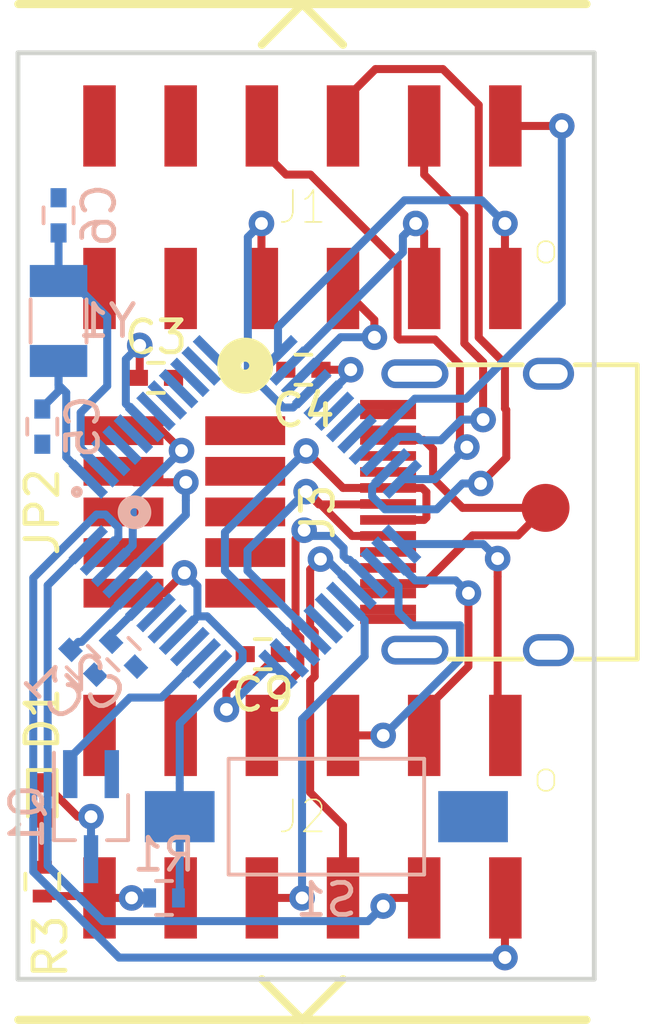
<source format=kicad_pcb>
(kicad_pcb (version 20171130) (host pcbnew 5.0.1)

  (general
    (thickness 1.6)
    (drawings 4)
    (tracks 274)
    (zones 0)
    (modules 19)
    (nets 31)
  )

  (page A4)
  (layers
    (0 F.Cu signal)
    (31 B.Cu signal)
    (32 B.Adhes user)
    (33 F.Adhes user)
    (34 B.Paste user)
    (35 F.Paste user)
    (36 B.SilkS user)
    (37 F.SilkS user)
    (38 B.Mask user)
    (39 F.Mask user)
    (40 Dwgs.User user)
    (41 Cmts.User user)
    (42 Eco1.User user)
    (43 Eco2.User user)
    (44 Edge.Cuts user)
    (45 Margin user)
    (46 B.CrtYd user)
    (47 F.CrtYd user)
    (48 B.Fab user)
    (49 F.Fab user)
  )

  (setup
    (last_trace_width 0.25)
    (trace_clearance 0.2)
    (zone_clearance 0.508)
    (zone_45_only no)
    (trace_min 0.2)
    (segment_width 0.2)
    (edge_width 0.15)
    (via_size 0.8)
    (via_drill 0.4)
    (via_min_size 0.4)
    (via_min_drill 0.3)
    (uvia_size 0.3)
    (uvia_drill 0.1)
    (uvias_allowed no)
    (uvia_min_size 0.2)
    (uvia_min_drill 0.1)
    (pcb_text_width 0.3)
    (pcb_text_size 1.5 1.5)
    (mod_edge_width 0.15)
    (mod_text_size 1 1)
    (mod_text_width 0.15)
    (pad_size 2.54 1.016)
    (pad_drill 0)
    (pad_to_mask_clearance 0.051)
    (solder_mask_min_width 0.25)
    (aux_axis_origin 0 0)
    (visible_elements FFFFFF7F)
    (pcbplotparams
      (layerselection 0x010fc_ffffffff)
      (usegerberextensions false)
      (usegerberattributes false)
      (usegerberadvancedattributes false)
      (creategerberjobfile false)
      (excludeedgelayer true)
      (linewidth 0.100000)
      (plotframeref false)
      (viasonmask false)
      (mode 1)
      (useauxorigin false)
      (hpglpennumber 1)
      (hpglpenspeed 20)
      (hpglpendiameter 15.000000)
      (psnegative false)
      (psa4output false)
      (plotreference true)
      (plotvalue true)
      (plotinvisibletext false)
      (padsonsilk false)
      (subtractmaskfromsilk false)
      (outputformat 1)
      (mirror false)
      (drillshape 1)
      (scaleselection 1)
      (outputdirectory ""))
  )

  (net 0 "")
  (net 1 GND)
  (net 2 +3V3)
  (net 3 "Net-(C2-Pad1)")
  (net 4 "Net-(C5-Pad2)")
  (net 5 "Net-(C6-Pad1)")
  (net 6 /SER2_0)
  (net 7 /SER0_0)
  (net 8 /SER2_1)
  (net 9 /SER0_1)
  (net 10 /SER2_2)
  (net 11 /SER0_2)
  (net 12 /SER2_3)
  (net 13 /SER0_3)
  (net 14 /SER5_3)
  (net 15 /SER1_3)
  (net 16 /SER5_2)
  (net 17 /SER1_2)
  (net 18 /SER5_1)
  (net 19 /SER1_1)
  (net 20 /SER5_0)
  (net 21 /SER1_0)
  (net 22 /~RESET)
  (net 23 /SWCLK)
  (net 24 /SWDIO)
  (net 25 /BLUE_LED)
  (net 26 /USB_D+)
  (net 27 /USB_D-)
  (net 28 VBUS)
  (net 29 "Net-(D1-Pad1)")
  (net 30 "Net-(D1-Pad2)")

  (net_class Default "This is the default net class."
    (clearance 0.2)
    (trace_width 0.25)
    (via_dia 0.8)
    (via_drill 0.4)
    (uvia_dia 0.3)
    (uvia_drill 0.1)
    (add_net +3V3)
    (add_net /BLUE_LED)
    (add_net /SER0_0)
    (add_net /SER0_1)
    (add_net /SER0_2)
    (add_net /SER0_3)
    (add_net /SER1_0)
    (add_net /SER1_1)
    (add_net /SER1_2)
    (add_net /SER1_3)
    (add_net /SER2_0)
    (add_net /SER2_1)
    (add_net /SER2_2)
    (add_net /SER2_3)
    (add_net /SER5_0)
    (add_net /SER5_1)
    (add_net /SER5_2)
    (add_net /SER5_3)
    (add_net /SWCLK)
    (add_net /SWDIO)
    (add_net /USB_D+)
    (add_net /USB_D-)
    (add_net /~RESET)
    (add_net GND)
    (add_net "Net-(C2-Pad1)")
    (add_net "Net-(C5-Pad2)")
    (add_net "Net-(C6-Pad1)")
    (add_net "Net-(D1-Pad1)")
    (add_net "Net-(D1-Pad2)")
    (add_net VBUS)
  )

  (module Crystals:Crystal_SMD_3215-2pin_3.2x1.5mm (layer B.Cu) (tedit 5BDA0094) (tstamp 5BD86FDE)
    (at 144.018 143.256 90)
    (descr "SMD Crystal FC-135 https://support.epson.biz/td/api/doc_check.php?dl=brief_FC-135R_en.pdf")
    (tags "SMD SMT Crystal")
    (path /5BE52E0B)
    (attr smd)
    (fp_text reference Y1 (at 0 1.524 180) (layer B.SilkS)
      (effects (font (size 1 1) (thickness 0.15)) (justify mirror))
    )
    (fp_text value 32.768kHz (at 0 -2.000001 90) (layer B.Fab) hide
      (effects (font (size 1 1) (thickness 0.15)) (justify mirror))
    )
    (fp_text user %R (at 0 2.000001 90) (layer B.Fab)
      (effects (font (size 1 1) (thickness 0.15)) (justify mirror))
    )
    (fp_line (start -2 1.15) (end 2 1.15) (layer B.CrtYd) (width 0.05))
    (fp_line (start -1.6 0.75) (end -1.6 -0.75) (layer B.Fab) (width 0.1))
    (fp_line (start -0.675 -0.875) (end 0.675 -0.875) (layer B.SilkS) (width 0.12))
    (fp_line (start -0.675 0.875) (end 0.675 0.875) (layer B.SilkS) (width 0.12))
    (fp_line (start 1.6 0.75) (end 1.6 -0.75) (layer B.Fab) (width 0.1))
    (fp_line (start -1.6 0.75) (end 1.6 0.75) (layer B.Fab) (width 0.1))
    (fp_line (start -1.6 -0.75) (end 1.6 -0.75) (layer B.Fab) (width 0.1))
    (fp_line (start -2 -1.15) (end 2 -1.15) (layer B.CrtYd) (width 0.05))
    (fp_line (start -2 1.15) (end -2 -1.15) (layer B.CrtYd) (width 0.05))
    (fp_line (start 2 1.15) (end 2 -1.15) (layer B.CrtYd) (width 0.05))
    (pad 1 smd rect (at 1.249999 0 90) (size 1 1.8) (layers B.Cu B.Paste B.Mask)
      (net 5 "Net-(C6-Pad1)"))
    (pad 2 smd rect (at -1.249999 0 90) (size 1 1.8) (layers B.Cu B.Paste B.Mask)
      (net 4 "Net-(C5-Pad2)"))
    (model ${KISYS3DMOD}/Crystals.3dshapes/Crystal_SMD_3215-2pin_3.2x1.5mm.wrl
      (at (xyz 0 0 0))
      (scale (xyz 1 1 1))
      (rotate (xyz 0 0 0))
    )
  )

  (module tom-connectors:2X6_SMD_RA_SOCKET (layer F.Cu) (tedit 5BD9FFEE) (tstamp 5BDA24B3)
    (at 151.65 158.75)
    (path /5BE7BB8D)
    (attr smd)
    (fp_text reference J2 (at 0 0) (layer F.SilkS)
      (effects (font (size 1 0.9) (thickness 0.05)))
    )
    (fp_text value PMOD-2x6-FEMALE (at 0 0) (layer F.SilkS) hide
      (effects (font (size 1 0.9) (thickness 0.05)))
    )
    (fp_text user o (at 7.62 -1.27) (layer F.SilkS)
      (effects (font (size 1 1) (thickness 0.05)))
    )
    (fp_line (start 8.89 6.35) (end 0 6.35) (layer F.SilkS) (width 0.254))
    (fp_line (start 0 6.35) (end -8.89 6.35) (layer F.SilkS) (width 0.254))
    (fp_line (start 1.27 5.08) (end 0 6.35) (layer F.SilkS) (width 0.254))
    (fp_line (start 0 6.35) (end -1.27 5.08) (layer F.SilkS) (width 0.254))
    (pad 1 smd rect (at 6.35 -2.54 270) (size 2.54 1.016) (layers F.Cu F.Paste F.Mask)
      (net 21 /SER1_0))
    (pad 7 smd rect (at 6.35 2.54 270) (size 2.54 1.016) (layers F.Cu F.Paste F.Mask)
      (net 20 /SER5_0))
    (pad 2 smd rect (at 3.81 -2.54 270) (size 2.54 1.016) (layers F.Cu F.Paste F.Mask)
      (net 19 /SER1_1))
    (pad 8 smd rect (at 3.81 2.54 270) (size 2.54 1.016) (layers F.Cu F.Paste F.Mask)
      (net 18 /SER5_1))
    (pad 3 smd rect (at 1.27 -2.54 270) (size 2.54 1.016) (layers F.Cu F.Paste F.Mask)
      (net 17 /SER1_2))
    (pad 9 smd rect (at 1.27 2.54 270) (size 2.54 1.016) (layers F.Cu F.Paste F.Mask)
      (net 16 /SER5_2))
    (pad 4 smd rect (at -1.27 -2.54 270) (size 2.54 1.016) (layers F.Cu F.Paste F.Mask)
      (net 15 /SER1_3))
    (pad 10 smd rect (at -1.27 2.54 270) (size 2.54 1.016) (layers F.Cu F.Paste F.Mask)
      (net 14 /SER5_3))
    (pad 5 smd rect (at -3.81 -2.54 270) (size 2.54 1.016) (layers F.Cu F.Paste F.Mask)
      (net 1 GND))
    (pad 11 smd rect (at -3.81 2.54 270) (size 2.54 1.016) (layers F.Cu F.Paste F.Mask)
      (net 1 GND))
    (pad 6 smd rect (at -6.35 -2.54 270) (size 2.54 1.016) (layers F.Cu F.Paste F.Mask)
      (net 2 +3V3))
    (pad 12 smd rect (at -6.35 2.54 270) (size 2.54 1.016) (layers F.Cu F.Paste F.Mask)
      (net 2 +3V3))
  )

  (module tom-connectors:2X6_SMD_RA_PLUG (layer F.Cu) (tedit 5BDA0027) (tstamp 5BD930A4)
    (at 151.65 139.7 180)
    (path /5BDAEA69)
    (attr smd)
    (fp_text reference J1 (at 0 0 180) (layer F.SilkS)
      (effects (font (size 1 0.9) (thickness 0.05)))
    )
    (fp_text value PMOD-2x6-MALE (at 0 0 180) (layer F.SilkS) hide
      (effects (font (size 1 0.9) (thickness 0.05)))
    )
    (fp_text user o (at -7.62 -1.27 180) (layer F.SilkS)
      (effects (font (size 1 1) (thickness 0.05)))
    )
    (fp_line (start 8.89 6.35) (end 0 6.35) (layer F.SilkS) (width 0.254))
    (fp_line (start 0 6.35) (end -8.89 6.35) (layer F.SilkS) (width 0.254))
    (fp_line (start 1.27 5.08) (end 0 6.35) (layer F.SilkS) (width 0.254))
    (fp_line (start 0 6.35) (end -1.27 5.08) (layer F.SilkS) (width 0.254))
    (pad 6 smd rect (at 6.35 -2.54 90) (size 2.54 1.016) (layers F.Cu F.Paste F.Mask)
      (net 2 +3V3))
    (pad 12 smd rect (at 6.35 2.54 90) (size 2.54 1.016) (layers F.Cu F.Paste F.Mask)
      (net 2 +3V3))
    (pad 5 smd rect (at 3.81 -2.54 90) (size 2.54 1.016) (layers F.Cu F.Paste F.Mask)
      (net 1 GND))
    (pad 11 smd rect (at 3.81 2.54 90) (size 2.54 1.016) (layers F.Cu F.Paste F.Mask)
      (net 1 GND))
    (pad 4 smd rect (at 1.27 -2.54 90) (size 2.54 1.016) (layers F.Cu F.Paste F.Mask)
      (net 13 /SER0_3))
    (pad 10 smd rect (at 1.27 2.54 90) (size 2.54 1.016) (layers F.Cu F.Paste F.Mask)
      (net 12 /SER2_3))
    (pad 3 smd rect (at -1.27 -2.54 90) (size 2.54 1.016) (layers F.Cu F.Paste F.Mask)
      (net 11 /SER0_2))
    (pad 9 smd rect (at -1.27 2.54 90) (size 2.54 1.016) (layers F.Cu F.Paste F.Mask)
      (net 10 /SER2_2))
    (pad 2 smd rect (at -3.81 -2.54 90) (size 2.54 1.016) (layers F.Cu F.Paste F.Mask)
      (net 9 /SER0_1))
    (pad 8 smd rect (at -3.81 2.54 90) (size 2.54 1.016) (layers F.Cu F.Paste F.Mask)
      (net 8 /SER2_1))
    (pad 1 smd rect (at -6.35 -2.54 90) (size 2.54 1.016) (layers F.Cu F.Paste F.Mask)
      (net 7 /SER0_0))
    (pad 7 smd rect (at -6.35 2.54 90) (size 2.54 1.016) (layers F.Cu F.Paste F.Mask)
      (net 6 /SER2_0))
  )

  (module tom-connectors:USB_C_Receptacle_GT-USB-7010 (layer F.Cu) (tedit 5BDA0017) (tstamp 5BD9F548)
    (at 157.48 149.225 90)
    (descr "USB TYPE C, RA RCPT PCB, SMT, https://github.com/arturo182/GT-USB-7010/raw/master/GT-USB-7010.pdf")
    (tags "USB C Type-C Receptacle SMD")
    (path /5BE0D9D2)
    (fp_text reference J3 (at 0 -5.35 90) (layer F.SilkS)
      (effects (font (size 1 1) (thickness 0.15)))
    )
    (fp_text value USB_C_Receptacle_USB2.0 (at 0 6 90) (layer F.Fab) hide
      (effects (font (size 1 1) (thickness 0.15)))
    )
    (fp_line (start -4.47 -3.425) (end 4.47 -3.425) (layer F.Fab) (width 0.12))
    (fp_line (start 4.47 -3.425) (end 4.47 4.525) (layer F.Fab) (width 0.12))
    (fp_line (start 4.47 4.525) (end -4.47 4.525) (layer F.Fab) (width 0.12))
    (fp_line (start -4.47 -3.425) (end -4.47 4.525) (layer F.Fab) (width 0.12))
    (fp_line (start 4.6 4.65) (end -4.6 4.65) (layer F.SilkS) (width 0.15))
    (fp_line (start -4.6 4.65) (end -4.6 2.7) (layer F.SilkS) (width 0.15))
    (fp_line (start -4.6 1.05) (end -4.6 -1.25) (layer F.SilkS) (width 0.15))
    (fp_line (start 4.6 4.65) (end 4.6 2.7) (layer F.SilkS) (width 0.15))
    (fp_line (start 4.6 1.05) (end 4.6 -1.25) (layer F.SilkS) (width 0.15))
    (fp_text user REF* (at 0 0 90) (layer F.Fab) hide
      (effects (font (size 1 1) (thickness 0.1)))
    )
    (fp_line (start -4.97 -4.6) (end 5.1 -4.6) (layer F.CrtYd) (width 0.12))
    (fp_line (start 5.1 -4.6) (end 5.1 5.15) (layer F.CrtYd) (width 0.12))
    (fp_line (start -4.97 -4.6) (end -4.97 5.15) (layer F.CrtYd) (width 0.12))
    (fp_line (start -4.97 5.15) (end 5.1 5.15) (layer F.CrtYd) (width 0.12))
    (pad S1 thru_hole oval (at -4.32 1.87 90) (size 1 1.6) (drill oval 0.6 1.2) (layers *.Cu *.Mask)
      (net 1 GND))
    (pad S1 thru_hole oval (at 4.32 1.87 90) (size 1 1.6) (drill oval 0.6 1.2) (layers *.Cu *.Mask)
      (net 1 GND))
    (pad S1 thru_hole oval (at -4.32 -2.31 90) (size 0.9 2.1) (drill oval 0.5 1.7) (layers *.Cu *.Mask)
      (net 1 GND))
    (pad S1 thru_hole oval (at 4.32 -2.31 90) (size 0.9 2.1) (drill oval 0.5 1.7) (layers *.Cu *.Mask)
      (net 1 GND))
    (pad "" np_thru_hole circle (at -2.89 -1.81 90) (size 0.65 0.65) (drill 0.65) (layers *.Cu *.Mask))
    (pad "" np_thru_hole circle (at 2.89 -1.81 90) (size 0.65 0.65) (drill 0.65) (layers *.Cu *.Mask))
    (pad A7 smd rect (at 0.25 -3.15 90) (size 0.3 1.75) (layers F.Cu F.Paste F.Mask)
      (net 27 /USB_D-))
    (pad B6 smd rect (at 0.75 -3.15 90) (size 0.3 1.75) (layers F.Cu F.Paste F.Mask)
      (net 26 /USB_D+))
    (pad A8 smd rect (at 1.25 -3.15 90) (size 0.3 1.75) (layers F.Cu F.Paste F.Mask))
    (pad B5 smd rect (at 1.75 -3.15 90) (size 0.3 1.75) (layers F.Cu F.Paste F.Mask))
    (pad B7 smd rect (at -0.75 -3.15 90) (size 0.3 1.75) (layers F.Cu F.Paste F.Mask)
      (net 27 /USB_D-))
    (pad B8 smd rect (at -1.75 -3.15 90) (size 0.3 1.75) (layers F.Cu F.Paste F.Mask))
    (pad A5 smd rect (at -1.25 -3.15 90) (size 0.3 1.75) (layers F.Cu F.Paste F.Mask))
    (pad A6 smd rect (at -0.25 -3.15 90) (size 0.3 1.75) (layers F.Cu F.Paste F.Mask)
      (net 26 /USB_D+))
    (pad A1 smd rect (at -3.35 -3.15 90) (size 0.3 1.75) (layers F.Cu F.Paste F.Mask)
      (net 1 GND))
    (pad B12 smd rect (at -3.05 -3.15 90) (size 0.3 1.75) (layers F.Cu F.Paste F.Mask)
      (net 1 GND))
    (pad A4 smd rect (at -2.55 -3.15 90) (size 0.3 1.75) (layers F.Cu F.Paste F.Mask)
      (net 28 VBUS))
    (pad B9 smd rect (at -2.25 -3.15 90) (size 0.3 1.75) (layers F.Cu F.Paste F.Mask)
      (net 28 VBUS))
    (pad A9 smd rect (at 2.55 -3.15 90) (size 0.3 1.75) (layers F.Cu F.Paste F.Mask)
      (net 28 VBUS))
    (pad B4 smd rect (at 2.25 -3.15 90) (size 0.3 1.75) (layers F.Cu F.Paste F.Mask)
      (net 28 VBUS))
    (pad B1 smd rect (at 3.05 -3.15 90) (size 0.3 1.75) (layers F.Cu F.Paste F.Mask)
      (net 1 GND))
    (pad A12 smd rect (at 3.35 -3.15 90) (size 0.3 1.75) (layers F.Cu F.Paste F.Mask)
      (net 1 GND))
  )

  (module Capacitors_SMD:C_0402 (layer B.Cu) (tedit 5BDA0044) (tstamp 5BDA2359)
    (at 144.78 153.924 315)
    (descr "Capacitor SMD 0402, reflow soldering, AVX (see smccp.pdf)")
    (tags "capacitor 0402")
    (path /C9E59636F1C90C04)
    (attr smd)
    (fp_text reference C1 (at 0 1.27 315) (layer B.SilkS)
      (effects (font (size 1 1) (thickness 0.15)) (justify mirror))
    )
    (fp_text value 0.1uF (at 0 -1.27 315) (layer B.Fab) hide
      (effects (font (size 1 1) (thickness 0.15)) (justify mirror))
    )
    (fp_line (start 1 -0.4) (end -1 -0.4) (layer B.CrtYd) (width 0.05))
    (fp_line (start 1 -0.4) (end 1 0.4) (layer B.CrtYd) (width 0.05))
    (fp_line (start -1 0.4) (end -1 -0.4) (layer B.CrtYd) (width 0.05))
    (fp_line (start -1 0.4) (end 1 0.4) (layer B.CrtYd) (width 0.05))
    (fp_line (start -0.25 -0.47) (end 0.25 -0.47) (layer B.SilkS) (width 0.12))
    (fp_line (start 0.25 0.47) (end -0.25 0.47) (layer B.SilkS) (width 0.12))
    (fp_line (start -0.5 0.25) (end 0.5 0.25) (layer B.Fab) (width 0.1))
    (fp_line (start 0.5 0.25) (end 0.5 -0.25) (layer B.Fab) (width 0.1))
    (fp_line (start 0.5 -0.25) (end -0.5 -0.25) (layer B.Fab) (width 0.1))
    (fp_line (start -0.5 -0.25) (end -0.5 0.25) (layer B.Fab) (width 0.1))
    (fp_text user %R (at 0 1.270001 315) (layer B.Fab)
      (effects (font (size 1 1) (thickness 0.15)) (justify mirror))
    )
    (pad 2 smd rect (at 0.55 0 315) (size 0.6 0.5) (layers B.Cu B.Paste B.Mask)
      (net 1 GND))
    (pad 1 smd rect (at -0.55 0 315) (size 0.6 0.5) (layers B.Cu B.Paste B.Mask)
      (net 2 +3V3))
    (model Capacitors_SMD.3dshapes/C_0402.wrl
      (at (xyz 0 0 0))
      (scale (xyz 1 1 1))
      (rotate (xyz 0 0 0))
    )
  )

  (module Capacitors_SMD:C_0402 (layer B.Cu) (tedit 5BDA004F) (tstamp 5BD86E16)
    (at 146.05 153.67 315)
    (descr "Capacitor SMD 0402, reflow soldering, AVX (see smccp.pdf)")
    (tags "capacitor 0402")
    (path /4ED27554B94C3227)
    (attr smd)
    (fp_text reference C2 (at 0 1.27 315) (layer B.SilkS)
      (effects (font (size 1 1) (thickness 0.15)) (justify mirror))
    )
    (fp_text value 0.1uF (at 0 -1.27 315) (layer B.Fab) hide
      (effects (font (size 1 1) (thickness 0.15)) (justify mirror))
    )
    (fp_text user %R (at 0 1.27 315) (layer B.Fab)
      (effects (font (size 1 1) (thickness 0.15)) (justify mirror))
    )
    (fp_line (start -0.5 -0.25) (end -0.5 0.25) (layer B.Fab) (width 0.1))
    (fp_line (start 0.5 -0.25) (end -0.5 -0.25) (layer B.Fab) (width 0.1))
    (fp_line (start 0.5 0.25) (end 0.5 -0.25) (layer B.Fab) (width 0.1))
    (fp_line (start -0.5 0.25) (end 0.5 0.25) (layer B.Fab) (width 0.1))
    (fp_line (start 0.25 0.47) (end -0.25 0.47) (layer B.SilkS) (width 0.12))
    (fp_line (start -0.25 -0.47) (end 0.25 -0.47) (layer B.SilkS) (width 0.12))
    (fp_line (start -1 0.4) (end 1 0.4) (layer B.CrtYd) (width 0.05))
    (fp_line (start -1 0.4) (end -1 -0.4) (layer B.CrtYd) (width 0.05))
    (fp_line (start 1 -0.4) (end 1 0.4) (layer B.CrtYd) (width 0.05))
    (fp_line (start 1 -0.4) (end -1 -0.4) (layer B.CrtYd) (width 0.05))
    (pad 1 smd rect (at -0.55 0 315) (size 0.6 0.5) (layers B.Cu B.Paste B.Mask)
      (net 3 "Net-(C2-Pad1)"))
    (pad 2 smd rect (at 0.55 0 315) (size 0.6 0.5) (layers B.Cu B.Paste B.Mask)
      (net 1 GND))
    (model Capacitors_SMD.3dshapes/C_0402.wrl
      (at (xyz 0 0 0))
      (scale (xyz 1 1 1))
      (rotate (xyz 0 0 0))
    )
  )

  (module Capacitors_SMD:C_0402 (layer F.Cu) (tedit 5BD9FF91) (tstamp 5BD86EA6)
    (at 147.066 145.034)
    (descr "Capacitor SMD 0402, reflow soldering, AVX (see smccp.pdf)")
    (tags "capacitor 0402")
    (path /563B591DDAA3AADF)
    (attr smd)
    (fp_text reference C3 (at 0 -1.27) (layer F.SilkS)
      (effects (font (size 1 1) (thickness 0.15)))
    )
    (fp_text value 0.1uF (at 0 1.27) (layer F.Fab) hide
      (effects (font (size 1 1) (thickness 0.15)))
    )
    (fp_text user %R (at 0 -1.27) (layer F.Fab)
      (effects (font (size 1 1) (thickness 0.15)))
    )
    (fp_line (start -0.5 0.25) (end -0.5 -0.25) (layer F.Fab) (width 0.1))
    (fp_line (start 0.5 0.25) (end -0.5 0.25) (layer F.Fab) (width 0.1))
    (fp_line (start 0.5 -0.25) (end 0.5 0.25) (layer F.Fab) (width 0.1))
    (fp_line (start -0.5 -0.25) (end 0.5 -0.25) (layer F.Fab) (width 0.1))
    (fp_line (start 0.25 -0.47) (end -0.25 -0.47) (layer F.SilkS) (width 0.12))
    (fp_line (start -0.25 0.47) (end 0.25 0.47) (layer F.SilkS) (width 0.12))
    (fp_line (start -1 -0.4) (end 1 -0.4) (layer F.CrtYd) (width 0.05))
    (fp_line (start -1 -0.4) (end -1 0.4) (layer F.CrtYd) (width 0.05))
    (fp_line (start 1 0.4) (end 1 -0.4) (layer F.CrtYd) (width 0.05))
    (fp_line (start 1 0.4) (end -1 0.4) (layer F.CrtYd) (width 0.05))
    (pad 1 smd rect (at -0.55 0) (size 0.6 0.5) (layers F.Cu F.Paste F.Mask)
      (net 2 +3V3))
    (pad 2 smd rect (at 0.55 0) (size 0.6 0.5) (layers F.Cu F.Paste F.Mask)
      (net 1 GND))
    (model Capacitors_SMD.3dshapes/C_0402.wrl
      (at (xyz 0 0 0))
      (scale (xyz 1 1 1))
      (rotate (xyz 0 0 0))
    )
  )

  (module Capacitors_SMD:C_0402 (layer F.Cu) (tedit 5BDA0031) (tstamp 5BD86F4E)
    (at 151.68 144.78 180)
    (descr "Capacitor SMD 0402, reflow soldering, AVX (see smccp.pdf)")
    (tags "capacitor 0402")
    (path /B625051EF80B1965)
    (attr smd)
    (fp_text reference C4 (at 0 -1.27 180) (layer F.SilkS)
      (effects (font (size 1 1) (thickness 0.15)))
    )
    (fp_text value 0.1uF (at 0 1.27 180) (layer F.Fab) hide
      (effects (font (size 1 1) (thickness 0.15)))
    )
    (fp_text user %R (at 0 -1.27 180) (layer F.Fab)
      (effects (font (size 1 1) (thickness 0.15)))
    )
    (fp_line (start -0.5 0.25) (end -0.5 -0.25) (layer F.Fab) (width 0.1))
    (fp_line (start 0.5 0.25) (end -0.5 0.25) (layer F.Fab) (width 0.1))
    (fp_line (start 0.5 -0.25) (end 0.5 0.25) (layer F.Fab) (width 0.1))
    (fp_line (start -0.5 -0.25) (end 0.5 -0.25) (layer F.Fab) (width 0.1))
    (fp_line (start 0.25 -0.47) (end -0.25 -0.47) (layer F.SilkS) (width 0.12))
    (fp_line (start -0.25 0.47) (end 0.25 0.47) (layer F.SilkS) (width 0.12))
    (fp_line (start -1 -0.4) (end 1 -0.4) (layer F.CrtYd) (width 0.05))
    (fp_line (start -1 -0.4) (end -1 0.4) (layer F.CrtYd) (width 0.05))
    (fp_line (start 1 0.4) (end 1 -0.4) (layer F.CrtYd) (width 0.05))
    (fp_line (start 1 0.4) (end -1 0.4) (layer F.CrtYd) (width 0.05))
    (pad 1 smd rect (at -0.55 0 180) (size 0.6 0.5) (layers F.Cu F.Paste F.Mask)
      (net 2 +3V3))
    (pad 2 smd rect (at 0.55 0 180) (size 0.6 0.5) (layers F.Cu F.Paste F.Mask)
      (net 1 GND))
    (model Capacitors_SMD.3dshapes/C_0402.wrl
      (at (xyz 0 0 0))
      (scale (xyz 1 1 1))
      (rotate (xyz 0 0 0))
    )
  )

  (module Capacitors_SMD:C_0402 (layer B.Cu) (tedit 5BD9FF6B) (tstamp 5BD86FAE)
    (at 143.51 146.558 90)
    (descr "Capacitor SMD 0402, reflow soldering, AVX (see smccp.pdf)")
    (tags "capacitor 0402")
    (path /72A9CF02ABF323BA)
    (attr smd)
    (fp_text reference C5 (at 0 1.27 90) (layer B.SilkS)
      (effects (font (size 1 1) (thickness 0.15)) (justify mirror))
    )
    (fp_text value 15pF (at 0 -1.27 90) (layer B.Fab) hide
      (effects (font (size 1 1) (thickness 0.15)) (justify mirror))
    )
    (fp_text user %R (at 0 1.27 90) (layer B.Fab)
      (effects (font (size 1 1) (thickness 0.15)) (justify mirror))
    )
    (fp_line (start -0.5 -0.25) (end -0.5 0.25) (layer B.Fab) (width 0.1))
    (fp_line (start 0.5 -0.25) (end -0.5 -0.25) (layer B.Fab) (width 0.1))
    (fp_line (start 0.5 0.25) (end 0.5 -0.25) (layer B.Fab) (width 0.1))
    (fp_line (start -0.5 0.25) (end 0.5 0.25) (layer B.Fab) (width 0.1))
    (fp_line (start 0.25 0.47) (end -0.25 0.47) (layer B.SilkS) (width 0.12))
    (fp_line (start -0.25 -0.47) (end 0.25 -0.47) (layer B.SilkS) (width 0.12))
    (fp_line (start -1 0.4) (end 1 0.4) (layer B.CrtYd) (width 0.05))
    (fp_line (start -1 0.4) (end -1 -0.4) (layer B.CrtYd) (width 0.05))
    (fp_line (start 1 -0.4) (end 1 0.4) (layer B.CrtYd) (width 0.05))
    (fp_line (start 1 -0.4) (end -1 -0.4) (layer B.CrtYd) (width 0.05))
    (pad 1 smd rect (at -0.55 0 90) (size 0.6 0.5) (layers B.Cu B.Paste B.Mask)
      (net 1 GND))
    (pad 2 smd rect (at 0.55 0 90) (size 0.6 0.5) (layers B.Cu B.Paste B.Mask)
      (net 4 "Net-(C5-Pad2)"))
    (model Capacitors_SMD.3dshapes/C_0402.wrl
      (at (xyz 0 0 0))
      (scale (xyz 1 1 1))
      (rotate (xyz 0 0 0))
    )
  )

  (module Capacitors_SMD:C_0402 (layer B.Cu) (tedit 5BD9FF79) (tstamp 5BD86F7E)
    (at 144.018 139.954 90)
    (descr "Capacitor SMD 0402, reflow soldering, AVX (see smccp.pdf)")
    (tags "capacitor 0402")
    (path /8A62307AC876714)
    (attr smd)
    (fp_text reference C6 (at 0 1.27 90) (layer B.SilkS)
      (effects (font (size 1 1) (thickness 0.15)) (justify mirror))
    )
    (fp_text value 15pF (at 0 -1.27 90) (layer B.Fab) hide
      (effects (font (size 1 1) (thickness 0.15)) (justify mirror))
    )
    (fp_text user %R (at 0 1.27 90) (layer B.Fab)
      (effects (font (size 1 1) (thickness 0.15)) (justify mirror))
    )
    (fp_line (start -0.5 -0.25) (end -0.5 0.25) (layer B.Fab) (width 0.1))
    (fp_line (start 0.5 -0.25) (end -0.5 -0.25) (layer B.Fab) (width 0.1))
    (fp_line (start 0.5 0.25) (end 0.5 -0.25) (layer B.Fab) (width 0.1))
    (fp_line (start -0.5 0.25) (end 0.5 0.25) (layer B.Fab) (width 0.1))
    (fp_line (start 0.25 0.47) (end -0.25 0.47) (layer B.SilkS) (width 0.12))
    (fp_line (start -0.25 -0.47) (end 0.25 -0.47) (layer B.SilkS) (width 0.12))
    (fp_line (start -1 0.4) (end 1 0.4) (layer B.CrtYd) (width 0.05))
    (fp_line (start -1 0.4) (end -1 -0.4) (layer B.CrtYd) (width 0.05))
    (fp_line (start 1 -0.4) (end 1 0.4) (layer B.CrtYd) (width 0.05))
    (fp_line (start 1 -0.4) (end -1 -0.4) (layer B.CrtYd) (width 0.05))
    (pad 1 smd rect (at -0.55 0 90) (size 0.6 0.5) (layers B.Cu B.Paste B.Mask)
      (net 5 "Net-(C6-Pad1)"))
    (pad 2 smd rect (at 0.55 0 90) (size 0.6 0.5) (layers B.Cu B.Paste B.Mask)
      (net 1 GND))
    (model Capacitors_SMD.3dshapes/C_0402.wrl
      (at (xyz 0 0 0))
      (scale (xyz 1 1 1))
      (rotate (xyz 0 0 0))
    )
  )

  (module Capacitors_SMD:C_0402 (layer F.Cu) (tedit 5BDA006D) (tstamp 5BD86E46)
    (at 150.41 153.67 180)
    (descr "Capacitor SMD 0402, reflow soldering, AVX (see smccp.pdf)")
    (tags "capacitor 0402")
    (path /8514EC1FF7AEDC46)
    (attr smd)
    (fp_text reference C9 (at 0 -1.27 180) (layer F.SilkS)
      (effects (font (size 1 1) (thickness 0.15)))
    )
    (fp_text value 0.1uF (at 0 1.27 180) (layer F.Fab) hide
      (effects (font (size 1 1) (thickness 0.15)))
    )
    (fp_text user %R (at 0 -1.27 180) (layer F.Fab)
      (effects (font (size 1 1) (thickness 0.15)))
    )
    (fp_line (start -0.5 0.25) (end -0.5 -0.25) (layer F.Fab) (width 0.1))
    (fp_line (start 0.5 0.25) (end -0.5 0.25) (layer F.Fab) (width 0.1))
    (fp_line (start 0.5 -0.25) (end 0.5 0.25) (layer F.Fab) (width 0.1))
    (fp_line (start -0.5 -0.25) (end 0.5 -0.25) (layer F.Fab) (width 0.1))
    (fp_line (start 0.25 -0.47) (end -0.25 -0.47) (layer F.SilkS) (width 0.12))
    (fp_line (start -0.25 0.47) (end 0.25 0.47) (layer F.SilkS) (width 0.12))
    (fp_line (start -1 -0.4) (end 1 -0.4) (layer F.CrtYd) (width 0.05))
    (fp_line (start -1 -0.4) (end -1 0.4) (layer F.CrtYd) (width 0.05))
    (fp_line (start 1 0.4) (end 1 -0.4) (layer F.CrtYd) (width 0.05))
    (fp_line (start 1 0.4) (end -1 0.4) (layer F.CrtYd) (width 0.05))
    (pad 1 smd rect (at -0.55 0 180) (size 0.6 0.5) (layers F.Cu F.Paste F.Mask)
      (net 2 +3V3))
    (pad 2 smd rect (at 0.55 0 180) (size 0.6 0.5) (layers F.Cu F.Paste F.Mask)
      (net 1 GND))
    (model Capacitors_SMD.3dshapes/C_0402.wrl
      (at (xyz 0 0 0))
      (scale (xyz 1 1 1))
      (rotate (xyz 0 0 0))
    )
  )

  (module TO_SOT_Packages_SMD:SOT-323_SC-70_Handsoldering (layer B.Cu) (tedit 5BD9FFD2) (tstamp 5BD86F16)
    (at 145.034 158.75 270)
    (descr "SOT-323, SC-70 Handsoldering")
    (tags "SOT-323 SC-70 Handsoldering")
    (path /A23A4655302BD585)
    (attr smd)
    (fp_text reference Q1 (at 0 2 270) (layer B.SilkS)
      (effects (font (size 1 1) (thickness 0.15)) (justify mirror))
    )
    (fp_text value 2N7002PW (at 0 -2.05 270) (layer B.Fab) hide
      (effects (font (size 1 1) (thickness 0.15)) (justify mirror))
    )
    (fp_text user %R (at 0 0 180) (layer B.Fab)
      (effects (font (size 0.5 0.5) (thickness 0.075)) (justify mirror))
    )
    (fp_line (start 0.735 -0.5) (end 0.735 -1.16) (layer B.SilkS) (width 0.12))
    (fp_line (start 0.735 1.17) (end 0.735 0.5) (layer B.SilkS) (width 0.12))
    (fp_line (start 2.4 -1.3) (end -2.4 -1.3) (layer B.CrtYd) (width 0.05))
    (fp_line (start 2.4 1.3) (end 2.4 -1.3) (layer B.CrtYd) (width 0.05))
    (fp_line (start -2.4 1.3) (end 2.4 1.3) (layer B.CrtYd) (width 0.05))
    (fp_line (start -2.4 -1.3) (end -2.4 1.3) (layer B.CrtYd) (width 0.05))
    (fp_line (start 0.735 1.16) (end -2 1.16) (layer B.SilkS) (width 0.12))
    (fp_line (start -0.675 -1.16) (end 0.735 -1.16) (layer B.SilkS) (width 0.12))
    (fp_line (start 0.675 1.1) (end -0.175 1.1) (layer B.Fab) (width 0.1))
    (fp_line (start -0.675 0.6) (end -0.675 -1.1) (layer B.Fab) (width 0.1))
    (fp_line (start 0.675 1.1) (end 0.675 -1.1) (layer B.Fab) (width 0.1))
    (fp_line (start 0.675 -1.1) (end -0.675 -1.1) (layer B.Fab) (width 0.1))
    (fp_line (start -0.175 1.1) (end -0.675 0.6) (layer B.Fab) (width 0.1))
    (pad 1 smd rect (at -1.33 0.65) (size 0.45 1.5) (layers B.Cu B.Paste B.Mask)
      (net 25 /BLUE_LED))
    (pad 2 smd rect (at -1.33 -0.65) (size 0.45 1.5) (layers B.Cu B.Paste B.Mask)
      (net 1 GND))
    (pad 3 smd rect (at 1.33 0) (size 0.45 1.5) (layers B.Cu B.Paste B.Mask)
      (net 29 "Net-(D1-Pad1)"))
    (model ${KISYS3DMOD}/TO_SOT_Packages_SMD.3dshapes/SOT-323_SC-70.wrl
      (at (xyz 0 0 0))
      (scale (xyz 1 1 1))
      (rotate (xyz 0 0 0))
    )
  )

  (module Resistors_SMD:R_0402 (layer B.Cu) (tedit 5BD9FFC6) (tstamp 5BD86D3B)
    (at 147.32 161.29 180)
    (descr "Resistor SMD 0402, reflow soldering, Vishay (see dcrcw.pdf)")
    (tags "resistor 0402")
    (path /A4E27F8D4C88E097)
    (attr smd)
    (fp_text reference R1 (at 0 1.35 180) (layer B.SilkS)
      (effects (font (size 1 1) (thickness 0.15)) (justify mirror))
    )
    (fp_text value 10K (at 0 -1.45 180) (layer B.Fab) hide
      (effects (font (size 1 1) (thickness 0.15)) (justify mirror))
    )
    (fp_text user %R (at 0 1.35 180) (layer B.Fab)
      (effects (font (size 1 1) (thickness 0.15)) (justify mirror))
    )
    (fp_line (start -0.5 -0.25) (end -0.5 0.25) (layer B.Fab) (width 0.1))
    (fp_line (start 0.5 -0.25) (end -0.5 -0.25) (layer B.Fab) (width 0.1))
    (fp_line (start 0.5 0.25) (end 0.5 -0.25) (layer B.Fab) (width 0.1))
    (fp_line (start -0.5 0.25) (end 0.5 0.25) (layer B.Fab) (width 0.1))
    (fp_line (start 0.25 0.53) (end -0.25 0.53) (layer B.SilkS) (width 0.12))
    (fp_line (start -0.25 -0.53) (end 0.25 -0.53) (layer B.SilkS) (width 0.12))
    (fp_line (start -0.8 0.45) (end 0.8 0.45) (layer B.CrtYd) (width 0.05))
    (fp_line (start -0.8 0.45) (end -0.8 -0.45) (layer B.CrtYd) (width 0.05))
    (fp_line (start 0.8 -0.45) (end 0.8 0.45) (layer B.CrtYd) (width 0.05))
    (fp_line (start 0.8 -0.45) (end -0.8 -0.45) (layer B.CrtYd) (width 0.05))
    (pad 1 smd rect (at -0.45 0 180) (size 0.4 0.6) (layers B.Cu B.Paste B.Mask)
      (net 22 /~RESET))
    (pad 2 smd rect (at 0.45 0 180) (size 0.4 0.6) (layers B.Cu B.Paste B.Mask)
      (net 2 +3V3))
    (model ${KISYS3DMOD}/Resistors_SMD.3dshapes/R_0402.wrl
      (at (xyz 0 0 0))
      (scale (xyz 1 1 1))
      (rotate (xyz 0 0 0))
    )
  )

  (module Resistors_SMD:R_0402 (layer F.Cu) (tedit 5BD9FFBA) (tstamp 5BD86D0B)
    (at 143.51 160.782 270)
    (descr "Resistor SMD 0402, reflow soldering, Vishay (see dcrcw.pdf)")
    (tags "resistor 0402")
    (path /C7959A8847515AA7)
    (attr smd)
    (fp_text reference R3 (at 2.032 -0.254 270) (layer F.SilkS)
      (effects (font (size 1 1) (thickness 0.15)))
    )
    (fp_text value 330 (at 0 1.45 270) (layer F.Fab) hide
      (effects (font (size 1 1) (thickness 0.15)))
    )
    (fp_text user %R (at 0 -1.35 270) (layer F.Fab)
      (effects (font (size 1 1) (thickness 0.15)))
    )
    (fp_line (start -0.5 0.25) (end -0.5 -0.25) (layer F.Fab) (width 0.1))
    (fp_line (start 0.5 0.25) (end -0.5 0.25) (layer F.Fab) (width 0.1))
    (fp_line (start 0.5 -0.25) (end 0.5 0.25) (layer F.Fab) (width 0.1))
    (fp_line (start -0.5 -0.25) (end 0.5 -0.25) (layer F.Fab) (width 0.1))
    (fp_line (start 0.25 -0.53) (end -0.25 -0.53) (layer F.SilkS) (width 0.12))
    (fp_line (start -0.25 0.53) (end 0.25 0.53) (layer F.SilkS) (width 0.12))
    (fp_line (start -0.8 -0.45) (end 0.8 -0.45) (layer F.CrtYd) (width 0.05))
    (fp_line (start -0.8 -0.45) (end -0.8 0.45) (layer F.CrtYd) (width 0.05))
    (fp_line (start 0.8 0.45) (end 0.8 -0.45) (layer F.CrtYd) (width 0.05))
    (fp_line (start 0.8 0.45) (end -0.8 0.45) (layer F.CrtYd) (width 0.05))
    (pad 1 smd rect (at -0.45 0 270) (size 0.4 0.6) (layers F.Cu F.Paste F.Mask)
      (net 30 "Net-(D1-Pad2)"))
    (pad 2 smd rect (at 0.45 0 270) (size 0.4 0.6) (layers F.Cu F.Paste F.Mask)
      (net 2 +3V3))
    (model ${KISYS3DMOD}/Resistors_SMD.3dshapes/R_0402.wrl
      (at (xyz 0 0 0))
      (scale (xyz 1 1 1))
      (rotate (xyz 0 0 0))
    )
  )

  (module tom-semiconductors:QFP50P900X900X120-48N (layer B.Cu) (tedit 5BDA005E) (tstamp 5BD929F6)
    (at 149.86 149.225 315)
    (path /B89026D3F9562130)
    (attr smd)
    (fp_text reference U1 (at -3.33585 5.68928 315) (layer B.SilkS) hide
      (effects (font (size 0.640662 0.640662) (thickness 0.05)) (justify mirror))
    )
    (fp_text value ATSAMD21G-A (at -3.160839 -5.83655 315) (layer B.SilkS) hide
      (effects (font (size 0.640983 0.640983) (thickness 0.05)) (justify mirror))
    )
    (fp_line (start 3.15 -3.15) (end 3.15 3.15) (layer Dwgs.User) (width 0.2))
    (fp_line (start 3.15 -3.15) (end -3.15 -3.15) (layer Dwgs.User) (width 0.2))
    (fp_line (start -3.15 -3.15) (end -3.15 3.15) (layer Dwgs.User) (width 0.2))
    (fp_line (start 3.15 3.15) (end -3.15 3.15) (layer Dwgs.User) (width 0.2))
    (fp_circle (center -4.17 3.283) (end -4.07 3.283) (layer B.SilkS) (width 0.17))
    (fp_circle (center -2.443 2.458) (end -2.316 2.458) (layer B.SilkS) (width 0.4))
    (fp_line (start 5.2 5.2) (end 5.2 -5.2) (layer Eco1.User) (width 0.05))
    (fp_line (start 5.2 -5.2) (end -5.2 -5.2) (layer Eco1.User) (width 0.05))
    (fp_line (start -5.2 -5.2) (end -5.2 5.2) (layer Eco1.User) (width 0.05))
    (fp_line (start -5.2 5.2) (end 5.2 5.2) (layer Eco1.User) (width 0.05))
    (pad 1 smd rect (at -4.2 2.75 135) (size 1.45 0.3) (layers B.Cu B.Paste B.Mask)
      (net 4 "Net-(C5-Pad2)"))
    (pad 2 smd rect (at -4.2 2.25 135) (size 1.45 0.3) (layers B.Cu B.Paste B.Mask)
      (net 5 "Net-(C6-Pad1)"))
    (pad 3 smd rect (at -4.2 1.749999 135) (size 1.45 0.3) (layers B.Cu B.Paste B.Mask))
    (pad 4 smd rect (at -4.2 1.25 135) (size 1.45 0.3) (layers B.Cu B.Paste B.Mask))
    (pad 5 smd rect (at -4.2 0.750001 135) (size 1.45 0.3) (layers B.Cu B.Paste B.Mask)
      (net 1 GND))
    (pad 6 smd rect (at -4.2 0.25 135) (size 1.45 0.3) (layers B.Cu B.Paste B.Mask)
      (net 2 +3V3))
    (pad 7 smd rect (at -4.2 -0.25 135) (size 1.45 0.3) (layers B.Cu B.Paste B.Mask))
    (pad 8 smd rect (at -4.2 -0.750001 135) (size 1.45 0.3) (layers B.Cu B.Paste B.Mask))
    (pad 9 smd rect (at -4.2 -1.25 135) (size 1.45 0.3) (layers B.Cu B.Paste B.Mask))
    (pad 11 smd rect (at -4.2 -2.25 135) (size 1.45 0.3) (layers B.Cu B.Paste B.Mask))
    (pad 12 smd rect (at -4.2 -2.75 135) (size 1.45 0.3) (layers B.Cu B.Paste B.Mask))
    (pad 13 smd rect (at -2.75 -4.2 45) (size 1.45 0.3) (layers B.Cu B.Paste B.Mask)
      (net 7 /SER0_0))
    (pad 14 smd rect (at -2.25 -4.2 45) (size 1.45 0.3) (layers B.Cu B.Paste B.Mask)
      (net 9 /SER0_1))
    (pad 15 smd rect (at -1.749999 -4.2 45) (size 1.45 0.3) (layers B.Cu B.Paste B.Mask)
      (net 11 /SER0_2))
    (pad 16 smd rect (at -1.25 -4.2 45) (size 1.45 0.3) (layers B.Cu B.Paste B.Mask)
      (net 13 /SER0_3))
    (pad 17 smd rect (at -0.750001 -4.2 225) (size 1.45 0.3) (layers B.Cu B.Paste B.Mask)
      (net 2 +3V3))
    (pad 18 smd rect (at -0.25 -4.2 45) (size 1.45 0.3) (layers B.Cu B.Paste B.Mask)
      (net 1 GND))
    (pad 19 smd rect (at 0.25 -4.2 225) (size 1.45 0.3) (layers B.Cu B.Paste B.Mask))
    (pad 20 smd rect (at 0.750001 -4.2 225) (size 1.45 0.3) (layers B.Cu B.Paste B.Mask))
    (pad 21 smd rect (at 1.25 -4.2 225) (size 1.45 0.3) (layers B.Cu B.Paste B.Mask)
      (net 6 /SER2_0))
    (pad 22 smd rect (at 1.749999 -4.2 225) (size 1.45 0.3) (layers B.Cu B.Paste B.Mask)
      (net 8 /SER2_1))
    (pad 23 smd rect (at 2.25 -4.2 225) (size 1.45 0.3) (layers B.Cu B.Paste B.Mask)
      (net 10 /SER2_2))
    (pad 24 smd rect (at 2.75 -4.2 225) (size 1.45 0.3) (layers B.Cu B.Paste B.Mask)
      (net 12 /SER2_3))
    (pad 10 smd rect (at -4.2 -1.749999 135) (size 1.45 0.3) (layers B.Cu B.Paste B.Mask))
    (pad 25 smd rect (at 4.17 -2.75 315) (size 1.45 0.3) (layers B.Cu B.Paste B.Mask)
      (net 21 /SER1_0))
    (pad 26 smd rect (at 4.2 -2.25 315) (size 1.45 0.3) (layers B.Cu B.Paste B.Mask)
      (net 19 /SER1_1))
    (pad 27 smd rect (at 4.2 -1.749999 315) (size 1.45 0.3) (layers B.Cu B.Paste B.Mask)
      (net 17 /SER1_2))
    (pad 28 smd rect (at 4.2 -1.25 315) (size 1.45 0.3) (layers B.Cu B.Paste B.Mask)
      (net 15 /SER1_3))
    (pad 29 smd rect (at 4.2 -0.750001 315) (size 1.45 0.3) (layers B.Cu B.Paste B.Mask)
      (net 16 /SER5_2))
    (pad 30 smd rect (at 4.2 -0.25 315) (size 1.45 0.3) (layers B.Cu B.Paste B.Mask)
      (net 14 /SER5_3))
    (pad 31 smd rect (at 4.2 0.25 315) (size 1.45 0.3) (layers B.Cu B.Paste B.Mask))
    (pad 32 smd rect (at 4.2 0.750001 315) (size 1.45 0.3) (layers B.Cu B.Paste B.Mask))
    (pad 33 smd rect (at 4.2 1.25 315) (size 1.45 0.3) (layers B.Cu B.Paste B.Mask)
      (net 27 /USB_D-))
    (pad 35 smd rect (at 4.2 2.25 315) (size 1.45 0.3) (layers B.Cu B.Paste B.Mask)
      (net 1 GND))
    (pad 36 smd rect (at 4.2 2.75 315) (size 1.45 0.3) (layers B.Cu B.Paste B.Mask)
      (net 2 +3V3))
    (pad 34 smd rect (at 4.2 1.749999 315) (size 1.45 0.3) (layers B.Cu B.Paste B.Mask)
      (net 26 /USB_D+))
    (pad 37 smd rect (at 2.75 4.2 225) (size 1.45 0.3) (layers B.Cu B.Paste B.Mask))
    (pad 38 smd rect (at 2.25 4.2 225) (size 1.45 0.3) (layers B.Cu B.Paste B.Mask)
      (net 25 /BLUE_LED))
    (pad 39 smd rect (at 1.749999 4.2 225) (size 1.45 0.3) (layers B.Cu B.Paste B.Mask))
    (pad 40 smd rect (at 1.25 4.2 225) (size 1.45 0.3) (layers B.Cu B.Paste B.Mask)
      (net 22 /~RESET))
    (pad 41 smd rect (at 0.750001 4.2 225) (size 1.45 0.3) (layers B.Cu B.Paste B.Mask))
    (pad 42 smd rect (at 0.25 4.2 225) (size 1.45 0.3) (layers B.Cu B.Paste B.Mask)
      (net 1 GND))
    (pad 43 smd rect (at -0.25 4.2 45) (size 1.45 0.3) (layers B.Cu B.Paste B.Mask)
      (net 3 "Net-(C2-Pad1)"))
    (pad 44 smd rect (at -0.750001 4.2 45) (size 1.45 0.3) (layers B.Cu B.Paste B.Mask)
      (net 2 +3V3))
    (pad 45 smd rect (at -1.25 4.2 45) (size 1.45 0.3) (layers B.Cu B.Paste B.Mask)
      (net 23 /SWCLK))
    (pad 46 smd rect (at -1.749999 4.2 45) (size 1.45 0.3) (layers B.Cu B.Paste B.Mask)
      (net 24 /SWDIO))
    (pad 47 smd rect (at -2.25 4.2 45) (size 1.45 0.3) (layers B.Cu B.Paste B.Mask)
      (net 20 /SER5_0))
    (pad 48 smd rect (at -2.75 4.2 45) (size 1.45 0.3) (layers B.Cu B.Paste B.Mask)
      (net 18 /SER5_1))
  )

  (module tom-connectors:CONN_1.27_2x5 (layer F.Cu) (tedit 5BD9FFAE) (tstamp 5BD92FB2)
    (at 147.955 149.225 270)
    (path /F946090C8F370CD1)
    (fp_text reference JP2 (at 0 4.445 90) (layer F.SilkS)
      (effects (font (size 1 1) (thickness 0.15)))
    )
    (fp_text value CORTEX_DEBUGPTH (at 4.064 0.127) (layer F.Fab) hide
      (effects (font (size 1 1) (thickness 0.15)))
    )
    (fp_circle (center -4.572 -1.905) (end -4.072 -1.905) (layer F.SilkS) (width 0.75))
    (pad 10 smd rect (at 2.54 1.905 270) (size 0.9 2.5) (layers F.Cu F.Paste F.Mask)
      (net 22 /~RESET))
    (pad 9 smd rect (at 2.54 -1.905 270) (size 0.9 2.5) (layers F.Cu F.Paste F.Mask))
    (pad 8 smd rect (at 1.27 1.905 270) (size 0.9 2.5) (layers F.Cu F.Paste F.Mask))
    (pad 7 smd rect (at 1.27 -1.905 270) (size 0.9 2.5) (layers F.Cu F.Paste F.Mask))
    (pad 6 smd rect (at 0 1.905 270) (size 0.9 2.5) (layers F.Cu F.Paste F.Mask))
    (pad 5 smd rect (at 0 -1.905 270) (size 0.9 2.5) (layers F.Cu F.Paste F.Mask)
      (net 1 GND))
    (pad 4 smd rect (at -1.27 1.905 270) (size 0.9 2.5) (layers F.Cu F.Paste F.Mask)
      (net 23 /SWCLK))
    (pad 3 smd rect (at -1.27 -1.905 270) (size 0.9 2.5) (layers F.Cu F.Paste F.Mask)
      (net 1 GND))
    (pad 2 smd rect (at -2.54 1.905 270) (size 0.9 2.5) (layers F.Cu F.Paste F.Mask)
      (net 24 /SWDIO))
    (pad 1 smd rect (at -2.54 -1.905 270) (size 0.9 2.5) (layers F.Cu F.Paste F.Mask)
      (net 2 +3V3))
  )

  (module LEDs:LED_0402 (layer F.Cu) (tedit 5BD9FFB7) (tstamp 5BD9F394)
    (at 143.51 158.242 270)
    (descr "LED 0402 smd package")
    (tags "LED led 0402 SMD smd SMT smt smdled SMDLED smtled SMTLED")
    (path /5BE035AD)
    (attr smd)
    (fp_text reference D1 (at -2.54 0 270) (layer F.SilkS)
      (effects (font (size 1 1) (thickness 0.15)))
    )
    (fp_text value LED (at 0 1.4 270) (layer F.Fab) hide
      (effects (font (size 1 1) (thickness 0.15)))
    )
    (fp_line (start -1 -0.5) (end 1 -0.5) (layer F.CrtYd) (width 0.05))
    (fp_line (start -1 0.5) (end -1 -0.5) (layer F.CrtYd) (width 0.05))
    (fp_line (start 1 0.5) (end -1 0.5) (layer F.CrtYd) (width 0.05))
    (fp_line (start 1 -0.5) (end 1 0.5) (layer F.CrtYd) (width 0.05))
    (fp_line (start -0.95 -0.45) (end 0.5 -0.45) (layer F.SilkS) (width 0.12))
    (fp_line (start -0.95 0.45) (end 0.5 0.45) (layer F.SilkS) (width 0.12))
    (fp_line (start -0.5 0.25) (end -0.5 -0.25) (layer F.Fab) (width 0.1))
    (fp_line (start -0.5 -0.25) (end 0.5 -0.25) (layer F.Fab) (width 0.1))
    (fp_line (start 0.5 -0.25) (end 0.5 0.25) (layer F.Fab) (width 0.1))
    (fp_line (start 0.5 0.25) (end -0.5 0.25) (layer F.Fab) (width 0.1))
    (fp_line (start 0.15 -0.2) (end 0.15 0.2) (layer F.Fab) (width 0.1))
    (fp_line (start 0.15 0.2) (end -0.15 0) (layer F.Fab) (width 0.1))
    (fp_line (start -0.15 0) (end 0.15 -0.2) (layer F.Fab) (width 0.1))
    (fp_line (start -0.15 -0.2) (end -0.15 0.2) (layer F.Fab) (width 0.1))
    (fp_line (start -0.95 -0.45) (end -0.95 0.45) (layer F.SilkS) (width 0.12))
    (pad 1 smd rect (at -0.55 0 90) (size 0.6 0.7) (layers F.Cu F.Paste F.Mask)
      (net 29 "Net-(D1-Pad1)"))
    (pad 2 smd rect (at 0.55 0 90) (size 0.6 0.7) (layers F.Cu F.Paste F.Mask)
      (net 30 "Net-(D1-Pad2)"))
    (model ${KISYS3DMOD}/LEDs.3dshapes/LED_0402.wrl
      (at (xyz 0 0 0))
      (scale (xyz 1 1 1))
      (rotate (xyz 0 0 180))
    )
  )

  (module tom-mechanical:SW_SPST_SMD_2PIN_3.5x6.0 (layer B.Cu) (tedit 5BD9FFDE) (tstamp 5BDA01D3)
    (at 152.4 158.75)
    (descr http://www.te.com/commerce/DocumentDelivery/DDEController?Action=srchrtrv&DocNm=1437566-3&DocType=Customer+Drawing&DocLang=English)
    (tags "SPST button tactile switch")
    (path /5BE31B43)
    (attr smd)
    (fp_text reference S1 (at 0 2.6) (layer B.SilkS)
      (effects (font (size 1 1) (thickness 0.15)) (justify mirror))
    )
    (fp_text value SWITCH-MOMENTARY-2SMD (at 0 -3) (layer B.Fab) hide
      (effects (font (size 1 1) (thickness 0.15)) (justify mirror))
    )
    (fp_line (start -5.95 2) (end 5.95 2) (layer B.CrtYd) (width 0.05))
    (fp_line (start -5.95 2) (end -5.95 -2) (layer B.CrtYd) (width 0.05))
    (fp_line (start 3 1.75) (end 3 -1.75) (layer B.Fab) (width 0.1))
    (fp_line (start -3 1.75) (end -3 -1.75) (layer B.Fab) (width 0.1))
    (fp_line (start -3 1.75) (end 3 1.75) (layer B.Fab) (width 0.1))
    (fp_line (start -3 -1.75) (end 3 -1.75) (layer B.Fab) (width 0.1))
    (fp_line (start 5.95 2) (end 5.95 -2) (layer B.CrtYd) (width 0.05))
    (fp_line (start -5.95 -2) (end 5.95 -2) (layer B.CrtYd) (width 0.05))
    (fp_line (start -1.5 0.8) (end -1.5 -0.8) (layer B.Fab) (width 0.1))
    (fp_line (start 1.5 0.8) (end 1.5 -0.8) (layer B.Fab) (width 0.1))
    (fp_line (start -1.5 0.8) (end 1.5 0.8) (layer B.Fab) (width 0.1))
    (fp_line (start -1.5 -0.8) (end 1.5 -0.8) (layer B.Fab) (width 0.1))
    (fp_line (start -3.06 -1.81) (end -3.06 1.81) (layer B.SilkS) (width 0.12))
    (fp_line (start 3.06 -1.81) (end -3.06 -1.81) (layer B.SilkS) (width 0.12))
    (fp_line (start 3.06 1.81) (end 3.06 -1.81) (layer B.SilkS) (width 0.12))
    (fp_line (start -3.06 1.81) (end 3.06 1.81) (layer B.SilkS) (width 0.12))
    (fp_line (start -1.75 -1) (end -1.75 1) (layer B.Fab) (width 0.1))
    (fp_line (start 1.75 -1) (end -1.75 -1) (layer B.Fab) (width 0.1))
    (fp_line (start 1.75 1) (end 1.75 -1) (layer B.Fab) (width 0.1))
    (fp_line (start -1.75 1) (end 1.75 1) (layer B.Fab) (width 0.1))
    (fp_text user %R (at 0 2.6) (layer B.Fab)
      (effects (font (size 1 1) (thickness 0.15)) (justify mirror))
    )
    (pad 2 smd rect (at 4.59 0) (size 2.18 1.6) (layers B.Cu B.Paste B.Mask)
      (net 1 GND))
    (pad 1 smd rect (at -4.59 0) (size 2.18 1.6) (layers B.Cu B.Paste B.Mask)
      (net 22 /~RESET))
    (model ${KISYS3DMOD}/Buttons_Switches_SMD.3dshapes/SW_SPST_FSMSM.wrl
      (at (xyz 0 0 0))
      (scale (xyz 1 1 1))
      (rotate (xyz 0 0 0))
    )
  )

  (module Measurement_Points:Measurement_Point_Round-SMD-Pad_Small (layer F.Cu) (tedit 5BDA000F) (tstamp 5BDA0046)
    (at 159.258 149.098)
    (descr "Mesurement Point, Round, SMD Pad, DM 1.5mm,")
    (tags "Mesurement Point Round SMD Pad 1.5mm")
    (path /5BDFE875)
    (attr virtual)
    (fp_text reference TP1 (at 0 -2) (layer F.SilkS) hide
      (effects (font (size 1 1) (thickness 0.15)))
    )
    (fp_text value VBUS (at 0 2) (layer F.Fab)
      (effects (font (size 1 1) (thickness 0.15)))
    )
    (fp_circle (center 0 0) (end 1 0) (layer F.CrtYd) (width 0.05))
    (pad 1 smd circle (at 0 0) (size 1.5 1.5) (layers F.Cu F.Mask)
      (net 28 VBUS))
  )

  (gr_line (start 160.782 134.874) (end 142.748 134.874) (layer Edge.Cuts) (width 0.15))
  (gr_line (start 160.782 163.83) (end 160.782 134.874) (layer Edge.Cuts) (width 0.15))
  (gr_line (start 142.748 163.83) (end 160.782 163.83) (layer Edge.Cuts) (width 0.15))
  (gr_line (start 142.748 134.874) (end 142.748 163.83) (layer Edge.Cuts) (width 0.15))

  (segment (start 154.33 145.875) (end 154.33 146.175) (width 0.25) (layer F.Cu) (net 1))
  (via (at 153.162 144.78) (size 0.8) (drill 0.4) (layers F.Cu B.Cu) (net 2))
  (segment (start 152.23 144.78) (end 153.162 144.78) (width 0.25) (layer F.Cu) (net 2))
  (segment (start 153.162 144.862339) (end 152.299518 145.724821) (width 0.25) (layer B.Cu) (net 2))
  (segment (start 153.162 144.78) (end 153.162 144.862339) (width 0.25) (layer B.Cu) (net 2))
  (segment (start 145.776459 152.24788) (end 146.359821 151.664518) (width 0.25) (layer B.Cu) (net 2))
  (segment (start 144.736735 153.287604) (end 145.776459 152.24788) (width 0.25) (layer B.Cu) (net 2))
  (segment (start 144.638578 153.287604) (end 144.736735 153.287604) (width 0.25) (layer B.Cu) (net 2))
  (segment (start 144.391091 153.535091) (end 144.638578 153.287604) (width 0.25) (layer B.Cu) (net 2))
  (segment (start 146.1232 144.4528) (end 146.558 144.018) (width 0.25) (layer B.Cu) (net 2))
  (segment (start 146.713375 146.431928) (end 146.1232 145.841753) (width 0.25) (layer B.Cu) (net 2))
  (via (at 146.558 144.018) (size 0.8) (drill 0.4) (layers F.Cu B.Cu) (net 2))
  (segment (start 146.1232 145.841753) (end 146.1232 144.4528) (width 0.25) (layer B.Cu) (net 2))
  (segment (start 146.558 144.992) (end 146.516 145.034) (width 0.25) (layer F.Cu) (net 2))
  (segment (start 146.558 144.018) (end 146.558 144.992) (width 0.25) (layer F.Cu) (net 2))
  (segment (start 149.271998 154.833491) (end 149.271998 155.399176) (width 0.25) (layer F.Cu) (net 2))
  (segment (start 150.96 153.67) (end 150.91 153.67) (width 0.25) (layer F.Cu) (net 2))
  (segment (start 149.671997 154.999177) (end 149.271998 155.399176) (width 0.25) (layer B.Cu) (net 2))
  (segment (start 150.885305 154.139392) (end 150.531782 154.139392) (width 0.25) (layer B.Cu) (net 2))
  (segment (start 149.49049 154.614999) (end 149.271998 154.833491) (width 0.25) (layer F.Cu) (net 2))
  (segment (start 149.965001 154.614999) (end 149.49049 154.614999) (width 0.25) (layer F.Cu) (net 2))
  (segment (start 150.91 153.67) (end 149.965001 154.614999) (width 0.25) (layer F.Cu) (net 2))
  (via (at 149.271998 155.399176) (size 0.8) (drill 0.4) (layers F.Cu B.Cu) (net 2))
  (segment (start 150.531782 154.139392) (end 149.671997 154.999177) (width 0.25) (layer B.Cu) (net 2))
  (segment (start 145.242 161.232) (end 145.3 161.29) (width 0.25) (layer F.Cu) (net 2))
  (segment (start 143.51 161.232) (end 145.242 161.232) (width 0.25) (layer F.Cu) (net 2))
  (via (at 146.304 161.29) (size 0.8) (drill 0.4) (layers F.Cu B.Cu) (net 2))
  (segment (start 146.87 161.29) (end 146.304 161.29) (width 0.25) (layer B.Cu) (net 2))
  (segment (start 146.304 161.29) (end 145.3 161.29) (width 0.25) (layer F.Cu) (net 2))
  (segment (start 145.661091 153.070356) (end 145.661091 153.281091) (width 0.25) (layer B.Cu) (net 3))
  (segment (start 146.713375 152.018072) (end 145.661091 153.070356) (width 0.25) (layer B.Cu) (net 3))
  (segment (start 143.51 145.958) (end 144.018 145.45) (width 0.25) (layer B.Cu) (net 4))
  (segment (start 143.51 146.008) (end 143.51 145.958) (width 0.25) (layer B.Cu) (net 4))
  (segment (start 144.018 145.45) (end 144.018 144.505999) (width 0.25) (layer B.Cu) (net 4))
  (segment (start 144.018 145.255999) (end 144.018 144.505999) (width 0.25) (layer B.Cu) (net 4))
  (segment (start 144.945608 148.199695) (end 144.258976 147.513063) (width 0.25) (layer B.Cu) (net 4))
  (segment (start 144.258976 147.513063) (end 144.258976 145.496975) (width 0.25) (layer B.Cu) (net 4))
  (segment (start 144.258976 145.496975) (end 144.018 145.255999) (width 0.25) (layer B.Cu) (net 4))
  (segment (start 145.299161 147.846142) (end 145.299161 147.810802) (width 0.25) (layer B.Cu) (net 5))
  (segment (start 144.708987 147.220628) (end 144.708987 146.121013) (width 0.25) (layer B.Cu) (net 5))
  (segment (start 145.299161 147.810802) (end 144.708987 147.220628) (width 0.25) (layer B.Cu) (net 5))
  (segment (start 144.708987 146.121013) (end 145.542 145.288) (width 0.25) (layer B.Cu) (net 5))
  (segment (start 144.418 142.006001) (end 144.018 142.006001) (width 0.25) (layer B.Cu) (net 5))
  (segment (start 145.542 143.130001) (end 144.418 142.006001) (width 0.25) (layer B.Cu) (net 5))
  (segment (start 145.542 145.288) (end 145.542 143.130001) (width 0.25) (layer B.Cu) (net 5))
  (segment (start 144.018 140.504) (end 144.018 142.006001) (width 0.25) (layer B.Cu) (net 5))
  (via (at 159.766 137.16) (size 0.8) (drill 0.4) (layers F.Cu B.Cu) (net 6))
  (segment (start 156.771999 145.684999) (end 159.766 142.690998) (width 0.25) (layer B.Cu) (net 6))
  (segment (start 159.766 137.725685) (end 159.766 137.16) (width 0.25) (layer B.Cu) (net 6))
  (segment (start 159.766 142.690998) (end 159.766 137.725685) (width 0.25) (layer B.Cu) (net 6))
  (segment (start 153.713732 147.139035) (end 155.167768 145.684999) (width 0.25) (layer B.Cu) (net 6))
  (segment (start 155.167768 145.684999) (end 156.771999 145.684999) (width 0.25) (layer B.Cu) (net 6))
  (segment (start 159.766 137.16) (end 158 137.16) (width 0.25) (layer F.Cu) (net 6))
  (via (at 157.988 140.208) (size 0.8) (drill 0.4) (layers F.Cu B.Cu) (net 7))
  (segment (start 157.988 142.228) (end 158 142.24) (width 0.25) (layer F.Cu) (net 7))
  (segment (start 157.988 140.208) (end 157.988 142.228) (width 0.25) (layer F.Cu) (net 7))
  (segment (start 157.262999 139.482999) (end 157.588001 139.808001) (width 0.25) (layer B.Cu) (net 7))
  (segment (start 157.588001 139.808001) (end 157.988 140.208) (width 0.25) (layer B.Cu) (net 7))
  (segment (start 154.845999 139.482999) (end 157.262999 139.482999) (width 0.25) (layer B.Cu) (net 7))
  (segment (start 150.885305 143.443693) (end 154.845999 139.482999) (width 0.25) (layer B.Cu) (net 7))
  (segment (start 150.885305 144.310608) (end 150.885305 143.443693) (width 0.25) (layer B.Cu) (net 7))
  (via (at 157.304683 146.337782) (size 0.8) (drill 0.4) (layers F.Cu B.Cu) (net 8))
  (segment (start 154.067285 147.492588) (end 154.680568 146.879305) (width 0.25) (layer B.Cu) (net 8))
  (segment (start 157.304683 145.772097) (end 157.304683 146.337782) (width 0.25) (layer F.Cu) (net 8))
  (segment (start 156.738998 146.337782) (end 157.304683 146.337782) (width 0.25) (layer B.Cu) (net 8))
  (segment (start 156.716988 139.936988) (end 156.716988 143.956401) (width 0.25) (layer F.Cu) (net 8))
  (segment (start 156.62922 146.337782) (end 156.738998 146.337782) (width 0.25) (layer B.Cu) (net 8))
  (segment (start 155.982001 146.985001) (end 156.62922 146.337782) (width 0.25) (layer B.Cu) (net 8))
  (segment (start 157.304683 144.544096) (end 157.304683 145.772097) (width 0.25) (layer F.Cu) (net 8))
  (segment (start 155.46 137.16) (end 155.46 138.68) (width 0.25) (layer F.Cu) (net 8))
  (segment (start 155.357999 146.985001) (end 155.982001 146.985001) (width 0.25) (layer B.Cu) (net 8))
  (segment (start 156.716988 143.956401) (end 157.304683 144.544096) (width 0.25) (layer F.Cu) (net 8))
  (segment (start 155.46 138.68) (end 156.716988 139.936988) (width 0.25) (layer F.Cu) (net 8))
  (segment (start 155.252303 146.879305) (end 155.357999 146.985001) (width 0.25) (layer B.Cu) (net 8))
  (segment (start 154.680568 146.879305) (end 155.252303 146.879305) (width 0.25) (layer B.Cu) (net 8))
  (via (at 155.194 140.208) (size 0.8) (drill 0.4) (layers F.Cu B.Cu) (net 9))
  (segment (start 155.46 140.474) (end 155.194 140.208) (width 0.25) (layer F.Cu) (net 9))
  (segment (start 155.46 142.24) (end 155.46 140.474) (width 0.25) (layer F.Cu) (net 9))
  (segment (start 154.794001 141.109018) (end 151.82222 144.080799) (width 0.25) (layer B.Cu) (net 9))
  (segment (start 151.82222 144.080799) (end 151.238858 144.664161) (width 0.25) (layer B.Cu) (net 9))
  (segment (start 154.794001 140.607999) (end 154.794001 141.109018) (width 0.25) (layer B.Cu) (net 9))
  (segment (start 155.194 140.208) (end 154.794001 140.607999) (width 0.25) (layer B.Cu) (net 9))
  (segment (start 152.92 136.398) (end 153.936 135.382) (width 0.25) (layer F.Cu) (net 10))
  (segment (start 152.92 137.16) (end 152.92 136.398) (width 0.25) (layer F.Cu) (net 10))
  (segment (start 157.166999 143.770001) (end 157.988 144.591002) (width 0.25) (layer F.Cu) (net 10))
  (segment (start 153.936 135.382) (end 156.045002 135.382) (width 0.25) (layer F.Cu) (net 10))
  (segment (start 157.166999 136.503997) (end 157.166999 143.770001) (width 0.25) (layer F.Cu) (net 10))
  (segment (start 156.045002 135.382) (end 157.166999 136.503997) (width 0.25) (layer F.Cu) (net 10))
  (segment (start 158.029693 147.532307) (end 157.226 148.336) (width 0.25) (layer F.Cu) (net 10))
  (via (at 157.226 148.336) (size 0.8) (drill 0.4) (layers F.Cu B.Cu) (net 10))
  (segment (start 157.988 144.591002) (end 157.988 145.994141) (width 0.25) (layer F.Cu) (net 10))
  (segment (start 157.988 145.994141) (end 158.029693 146.035834) (width 0.25) (layer F.Cu) (net 10))
  (segment (start 158.029693 146.035834) (end 158.029693 147.532307) (width 0.25) (layer F.Cu) (net 10))
  (segment (start 153.830664 148.436317) (end 153.837477 148.429504) (width 0.25) (layer B.Cu) (net 10))
  (segment (start 153.830664 148.740907) (end 153.830664 148.436317) (width 0.25) (layer B.Cu) (net 10))
  (segment (start 154.23318 149.143423) (end 153.830664 148.740907) (width 0.25) (layer B.Cu) (net 10))
  (segment (start 155.852892 149.143423) (end 154.23318 149.143423) (width 0.25) (layer B.Cu) (net 10))
  (segment (start 156.660315 148.336) (end 155.852892 149.143423) (width 0.25) (layer B.Cu) (net 10))
  (segment (start 153.837477 148.429504) (end 154.420839 147.846142) (width 0.25) (layer B.Cu) (net 10))
  (segment (start 157.226 148.336) (end 156.660315 148.336) (width 0.25) (layer B.Cu) (net 10))
  (via (at 153.901985 143.764) (size 0.8) (drill 0.4) (layers F.Cu B.Cu) (net 11))
  (segment (start 152.846127 143.764) (end 153.901985 143.764) (width 0.25) (layer B.Cu) (net 11))
  (segment (start 151.592412 145.017715) (end 152.846127 143.764) (width 0.25) (layer B.Cu) (net 11))
  (segment (start 153.901985 143.221985) (end 152.92 142.24) (width 0.25) (layer F.Cu) (net 11))
  (segment (start 153.901985 143.764) (end 153.901985 143.221985) (width 0.25) (layer F.Cu) (net 11))
  (via (at 156.794766 147.19802) (size 0.8) (drill 0.4) (layers F.Cu B.Cu) (net 12))
  (segment (start 156.394767 147.598019) (end 156.794766 147.19802) (width 0.25) (layer B.Cu) (net 12))
  (segment (start 155.793091 148.199695) (end 156.394767 147.598019) (width 0.25) (layer B.Cu) (net 12))
  (segment (start 154.774392 148.199695) (end 155.793091 148.199695) (width 0.25) (layer B.Cu) (net 12))
  (segment (start 150.38 137.922) (end 151.138 138.68) (width 0.25) (layer F.Cu) (net 12))
  (segment (start 156.579682 144.618653) (end 156.579682 146.982936) (width 0.25) (layer F.Cu) (net 12))
  (segment (start 150.38 137.16) (end 150.38 137.922) (width 0.25) (layer F.Cu) (net 12))
  (segment (start 154.691999 143.835001) (end 155.79603 143.835001) (width 0.25) (layer F.Cu) (net 12))
  (segment (start 156.579682 146.982936) (end 156.794766 147.19802) (width 0.25) (layer F.Cu) (net 12))
  (segment (start 154.626999 141.406999) (end 154.626999 143.770001) (width 0.25) (layer F.Cu) (net 12))
  (segment (start 155.79603 143.835001) (end 156.579682 144.618653) (width 0.25) (layer F.Cu) (net 12))
  (segment (start 151.9 138.68) (end 154.626999 141.406999) (width 0.25) (layer F.Cu) (net 12))
  (segment (start 151.138 138.68) (end 151.9 138.68) (width 0.25) (layer F.Cu) (net 12))
  (segment (start 154.626999 143.770001) (end 154.691999 143.835001) (width 0.25) (layer F.Cu) (net 12))
  (via (at 150.368 140.208) (size 0.8) (drill 0.4) (layers F.Cu B.Cu) (net 13))
  (segment (start 149.941577 140.634423) (end 150.368 140.208) (width 0.25) (layer B.Cu) (net 13))
  (segment (start 151.0512 145.961443) (end 149.941577 144.85182) (width 0.25) (layer B.Cu) (net 13))
  (segment (start 149.941577 144.85182) (end 149.941577 140.634423) (width 0.25) (layer B.Cu) (net 13))
  (segment (start 151.945965 145.371268) (end 151.35579 145.961443) (width 0.25) (layer B.Cu) (net 13))
  (segment (start 151.35579 145.961443) (end 151.0512 145.961443) (width 0.25) (layer B.Cu) (net 13))
  (segment (start 150.368 142.228) (end 150.38 142.24) (width 0.25) (layer F.Cu) (net 13))
  (segment (start 150.368 140.208) (end 150.368 142.228) (width 0.25) (layer F.Cu) (net 13))
  (segment (start 153.006625 152.018072) (end 153.5968 152.608247) (width 0.25) (layer B.Cu) (net 14))
  (segment (start 151.638 160.724315) (end 151.638 161.29) (width 0.25) (layer B.Cu) (net 14))
  (segment (start 151.638 155.702) (end 151.638 160.724315) (width 0.25) (layer B.Cu) (net 14))
  (via (at 151.638 161.29) (size 0.8) (drill 0.4) (layers F.Cu B.Cu) (net 14))
  (segment (start 153.5968 152.608247) (end 153.5968 153.7432) (width 0.25) (layer B.Cu) (net 14))
  (segment (start 153.5968 153.7432) (end 151.638 155.702) (width 0.25) (layer B.Cu) (net 14))
  (segment (start 150.38 161.29) (end 151.638 161.29) (width 0.25) (layer F.Cu) (net 14))
  (segment (start 151.881482 149.974399) (end 151.703265 149.796181) (width 0.25) (layer B.Cu) (net 15))
  (segment (start 152.562082 149.974399) (end 151.881482 149.974399) (width 0.25) (layer B.Cu) (net 15))
  (segment (start 152.939082 150.351399) (end 152.562082 149.974399) (width 0.25) (layer B.Cu) (net 15))
  (segment (start 152.939082 150.607011) (end 152.939082 150.351399) (width 0.25) (layer B.Cu) (net 15))
  (segment (start 153.052861 150.72079) (end 152.939082 150.607011) (width 0.25) (layer B.Cu) (net 15))
  (segment (start 153.123557 150.72079) (end 153.052861 150.72079) (width 0.25) (layer B.Cu) (net 15))
  (segment (start 153.713732 151.310965) (end 153.123557 150.72079) (width 0.25) (layer B.Cu) (net 15))
  (via (at 151.703265 149.796181) (size 0.8) (drill 0.4) (layers F.Cu B.Cu) (net 15))
  (segment (start 151.435001 150.064445) (end 151.703265 149.796181) (width 0.25) (layer F.Cu) (net 15))
  (segment (start 151.435001 153.009999) (end 151.435001 150.064445) (width 0.25) (layer F.Cu) (net 15))
  (segment (start 151.585001 153.159999) (end 151.435001 153.009999) (width 0.25) (layer F.Cu) (net 15))
  (segment (start 151.585001 154.180001) (end 151.585001 153.159999) (width 0.25) (layer F.Cu) (net 15))
  (segment (start 150.38 155.385002) (end 151.585001 154.180001) (width 0.25) (layer F.Cu) (net 15))
  (segment (start 150.38 156.21) (end 150.38 155.385002) (width 0.25) (layer F.Cu) (net 15))
  (via (at 152.214081 150.6994) (size 0.8) (drill 0.4) (layers F.Cu B.Cu) (net 16))
  (segment (start 153.360179 151.664518) (end 152.395061 150.6994) (width 0.25) (layer B.Cu) (net 16))
  (segment (start 152.395061 150.6994) (end 152.214081 150.6994) (width 0.25) (layer B.Cu) (net 16))
  (segment (start 151.892 152.830587) (end 151.892 151.021481) (width 0.25) (layer F.Cu) (net 16))
  (segment (start 152.035012 154.366401) (end 152.035012 152.973599) (width 0.25) (layer F.Cu) (net 16))
  (segment (start 151.892 157.992) (end 151.892 154.509413) (width 0.25) (layer F.Cu) (net 16))
  (segment (start 151.892 154.509413) (end 152.035012 154.366401) (width 0.25) (layer F.Cu) (net 16))
  (segment (start 152.92 159.02) (end 151.892 157.992) (width 0.25) (layer F.Cu) (net 16))
  (segment (start 151.892 151.021481) (end 152.214081 150.6994) (width 0.25) (layer F.Cu) (net 16))
  (segment (start 152.92 161.29) (end 152.92 159.02) (width 0.25) (layer F.Cu) (net 16))
  (segment (start 152.035012 152.973599) (end 151.892 152.830587) (width 0.25) (layer F.Cu) (net 16))
  (segment (start 156.57999 153.831039) (end 154.201029 156.21) (width 0.25) (layer B.Cu) (net 17))
  (segment (start 154.067285 150.957412) (end 154.65746 151.547587) (width 0.25) (layer B.Cu) (net 17))
  (segment (start 154.201029 156.21) (end 154.178 156.21) (width 0.25) (layer B.Cu) (net 17))
  (segment (start 156.57999 152.76999) (end 156.57999 153.831039) (width 0.25) (layer B.Cu) (net 17))
  (segment (start 154.65746 152.361511) (end 155.065939 152.76999) (width 0.25) (layer B.Cu) (net 17))
  (segment (start 154.65746 151.547587) (end 154.65746 152.361511) (width 0.25) (layer B.Cu) (net 17))
  (via (at 154.178 156.21) (size 0.8) (drill 0.4) (layers F.Cu B.Cu) (net 17))
  (segment (start 155.065939 152.76999) (end 156.57999 152.76999) (width 0.25) (layer B.Cu) (net 17))
  (segment (start 154.178 156.21) (end 152.92 156.21) (width 0.25) (layer F.Cu) (net 17))
  (via (at 154.178 161.544) (size 0.8) (drill 0.4) (layers F.Cu B.Cu) (net 18))
  (segment (start 155.46 161.29) (end 154.432 161.29) (width 0.25) (layer F.Cu) (net 18))
  (segment (start 154.432 161.29) (end 154.178 161.544) (width 0.25) (layer F.Cu) (net 18))
  (segment (start 153.706998 162.015002) (end 145.409 162.015002) (width 0.25) (layer B.Cu) (net 18))
  (segment (start 143.677172 160.283174) (end 143.677172 151.518741) (width 0.25) (layer B.Cu) (net 18))
  (segment (start 143.677172 151.518741) (end 144.362246 150.833667) (width 0.25) (layer B.Cu) (net 18))
  (segment (start 145.409 162.015002) (end 143.677172 160.283174) (width 0.25) (layer B.Cu) (net 18))
  (segment (start 154.178 161.544) (end 153.706998 162.015002) (width 0.25) (layer B.Cu) (net 18))
  (segment (start 144.362246 150.833667) (end 144.945608 150.250305) (width 0.25) (layer B.Cu) (net 18))
  (via (at 156.845 151.765) (size 0.8) (drill 0.4) (layers F.Cu B.Cu) (net 19))
  (segment (start 155.004201 151.18722) (end 154.420839 150.603858) (width 0.25) (layer B.Cu) (net 19))
  (segment (start 155.181982 151.365001) (end 155.004201 151.18722) (width 0.25) (layer B.Cu) (net 19))
  (segment (start 156.445001 151.365001) (end 155.181982 151.365001) (width 0.25) (layer B.Cu) (net 19))
  (segment (start 156.845 151.765) (end 156.445001 151.365001) (width 0.25) (layer B.Cu) (net 19))
  (segment (start 156.845 154.055) (end 156.845 151.765) (width 0.25) (layer F.Cu) (net 19))
  (segment (start 155.46 156.21) (end 155.46 155.44) (width 0.25) (layer F.Cu) (net 19))
  (segment (start 155.46 155.44) (end 156.845 154.055) (width 0.25) (layer F.Cu) (net 19))
  (via (at 157.988 163.155) (size 0.8) (drill 0.4) (layers F.Cu B.Cu) (net 20))
  (segment (start 157.988 161.302) (end 158 161.29) (width 0.25) (layer F.Cu) (net 20))
  (segment (start 157.988 163.155) (end 157.988 161.302) (width 0.25) (layer F.Cu) (net 20))
  (segment (start 143.227161 151.284428) (end 143.227161 160.469574) (width 0.25) (layer B.Cu) (net 20))
  (segment (start 145.912587 163.155) (end 157.422315 163.155) (width 0.25) (layer B.Cu) (net 20))
  (segment (start 143.227161 160.469574) (end 145.912587 163.155) (width 0.25) (layer B.Cu) (net 20))
  (segment (start 157.422315 163.155) (end 157.988 163.155) (width 0.25) (layer B.Cu) (net 20))
  (segment (start 145.205012 149.306577) (end 143.227161 151.284428) (width 0.25) (layer B.Cu) (net 20))
  (segment (start 145.48682 149.306577) (end 145.205012 149.306577) (width 0.25) (layer B.Cu) (net 20))
  (segment (start 145.889336 149.709093) (end 145.48682 149.306577) (width 0.25) (layer B.Cu) (net 20))
  (segment (start 145.889336 150.013683) (end 145.889336 149.709093) (width 0.25) (layer B.Cu) (net 20))
  (segment (start 145.299161 150.603858) (end 145.889336 150.013683) (width 0.25) (layer B.Cu) (net 20))
  (via (at 157.758564 150.68301) (size 0.8) (drill 0.4) (layers F.Cu B.Cu) (net 21))
  (segment (start 154.753179 150.229092) (end 157.304646 150.229092) (width 0.25) (layer B.Cu) (net 21))
  (segment (start 157.358565 150.283011) (end 157.758564 150.68301) (width 0.25) (layer B.Cu) (net 21))
  (segment (start 157.304646 150.229092) (end 157.358565 150.283011) (width 0.25) (layer B.Cu) (net 21))
  (segment (start 157.758564 151.248695) (end 157.758564 150.68301) (width 0.25) (layer F.Cu) (net 21))
  (segment (start 157.758564 155.968564) (end 157.758564 151.248695) (width 0.25) (layer F.Cu) (net 21))
  (segment (start 158 156.21) (end 157.758564 155.968564) (width 0.25) (layer F.Cu) (net 21))
  (via (at 147.955 151.13) (size 0.8) (drill 0.4) (layers F.Cu B.Cu) (net 22))
  (segment (start 148.36421 151.53921) (end 147.955 151.13) (width 0.25) (layer B.Cu) (net 22))
  (segment (start 147.774035 153.078732) (end 148.36421 152.488557) (width 0.25) (layer B.Cu) (net 22))
  (segment (start 148.36421 152.488557) (end 148.36421 151.53921) (width 0.25) (layer B.Cu) (net 22))
  (segment (start 147.32 151.765) (end 146.05 151.765) (width 0.25) (layer F.Cu) (net 22))
  (segment (start 147.955 151.13) (end 147.32 151.765) (width 0.25) (layer F.Cu) (net 22))
  (segment (start 147.81 161.25) (end 147.77 161.29) (width 0.25) (layer B.Cu) (net 22))
  (segment (start 147.81 158.75) (end 147.81 161.25) (width 0.25) (layer B.Cu) (net 22))
  (segment (start 147.81 157.7) (end 147.81 158.75) (width 0.25) (layer B.Cu) (net 22))
  (segment (start 147.81 155.835855) (end 147.81 157.7) (width 0.25) (layer B.Cu) (net 22))
  (segment (start 149.778423 153.867432) (end 147.81 155.835855) (width 0.25) (layer B.Cu) (net 22))
  (segment (start 148.6688 152.488557) (end 149.778423 153.59818) (width 0.25) (layer B.Cu) (net 22))
  (segment (start 149.778423 153.59818) (end 149.778423 153.867432) (width 0.25) (layer B.Cu) (net 22))
  (segment (start 148.36421 152.488557) (end 148.6688 152.488557) (width 0.25) (layer B.Cu) (net 22))
  (segment (start 146.006268 151.310965) (end 148.001862 149.315371) (width 0.25) (layer B.Cu) (net 23))
  (segment (start 146.392372 148.297372) (end 147.436177 148.297372) (width 0.25) (layer F.Cu) (net 23))
  (segment (start 147.436177 148.297372) (end 148.001862 148.297372) (width 0.25) (layer F.Cu) (net 23))
  (segment (start 146.05 147.955) (end 146.392372 148.297372) (width 0.25) (layer F.Cu) (net 23))
  (segment (start 148.001862 148.863057) (end 148.001862 148.297372) (width 0.25) (layer B.Cu) (net 23))
  (segment (start 148.001862 149.315371) (end 148.001862 148.863057) (width 0.25) (layer B.Cu) (net 23))
  (via (at 148.001862 148.297372) (size 0.8) (drill 0.4) (layers F.Cu B.Cu) (net 23))
  (via (at 147.86625 147.306598) (size 0.8) (drill 0.4) (layers F.Cu B.Cu) (net 24))
  (segment (start 147.244652 146.685) (end 146.05 146.685) (width 0.25) (layer F.Cu) (net 24))
  (segment (start 147.86625 147.306598) (end 147.244652 146.685) (width 0.25) (layer F.Cu) (net 24))
  (segment (start 147.466251 147.706597) (end 147.86625 147.306598) (width 0.25) (layer B.Cu) (net 24))
  (segment (start 146.339347 148.833501) (end 147.466251 147.706597) (width 0.25) (layer B.Cu) (net 24))
  (segment (start 145.652715 150.957412) (end 146.339347 150.27078) (width 0.25) (layer B.Cu) (net 24))
  (segment (start 146.339347 150.27078) (end 146.339347 148.833501) (width 0.25) (layer B.Cu) (net 24))
  (segment (start 144.384 156.895) (end 144.384 157.42) (width 0.25) (layer B.Cu) (net 25))
  (segment (start 146.252172 155.026828) (end 144.384 156.895) (width 0.25) (layer B.Cu) (net 25))
  (segment (start 147.240153 155.026828) (end 146.252172 155.026828) (width 0.25) (layer B.Cu) (net 25))
  (segment (start 148.481142 153.785839) (end 147.240153 155.026828) (width 0.25) (layer B.Cu) (net 25))
  (segment (start 151.592412 153.432285) (end 149.225 151.064873) (width 0.25) (layer B.Cu) (net 26))
  (via (at 151.765 147.32) (size 0.8) (drill 0.4) (layers F.Cu B.Cu) (net 26))
  (segment (start 149.225 151.064873) (end 149.225 149.86) (width 0.25) (layer B.Cu) (net 26))
  (segment (start 149.225 149.86) (end 151.765 147.32) (width 0.25) (layer B.Cu) (net 26))
  (segment (start 152.92 148.475) (end 154.33 148.475) (width 0.25) (layer F.Cu) (net 26))
  (segment (start 151.765 147.32) (end 152.92 148.475) (width 0.25) (layer F.Cu) (net 26))
  (segment (start 155.455 149.475) (end 155.530001 149.399999) (width 0.25) (layer F.Cu) (net 26))
  (segment (start 155.530001 149.399999) (end 155.530001 148.603414) (width 0.25) (layer F.Cu) (net 26))
  (segment (start 155.530001 148.603414) (end 155.401587 148.475) (width 0.25) (layer F.Cu) (net 26))
  (segment (start 154.33 149.475) (end 155.455 149.475) (width 0.25) (layer F.Cu) (net 26))
  (segment (start 155.401587 148.475) (end 154.33 148.475) (width 0.25) (layer F.Cu) (net 26))
  (via (at 151.765 148.59) (size 0.8) (drill 0.4) (layers F.Cu B.Cu) (net 27))
  (segment (start 151.945965 153.078732) (end 149.931224 151.063991) (width 0.25) (layer B.Cu) (net 27))
  (segment (start 149.931224 150.423776) (end 151.765 148.59) (width 0.25) (layer B.Cu) (net 27))
  (segment (start 149.931224 151.063991) (end 149.931224 150.423776) (width 0.25) (layer B.Cu) (net 27))
  (segment (start 154.315001 148.989999) (end 154.33 148.975) (width 0.25) (layer F.Cu) (net 27))
  (segment (start 152.164999 148.989999) (end 154.315001 148.989999) (width 0.25) (layer F.Cu) (net 27))
  (segment (start 151.765 148.59) (end 152.164999 148.989999) (width 0.25) (layer F.Cu) (net 27))
  (segment (start 153.205 149.975) (end 151.892 148.662) (width 0.25) (layer F.Cu) (net 27))
  (segment (start 154.33 149.975) (end 153.205 149.975) (width 0.25) (layer F.Cu) (net 27))
  (segment (start 151.892 148.662) (end 151.892 148.59) (width 0.25) (layer F.Cu) (net 27))
  (segment (start 154.33 146.675) (end 154.33 146.975) (width 0.25) (layer F.Cu) (net 28))
  (segment (start 154.33 151.475) (end 154.33 151.775) (width 0.25) (layer F.Cu) (net 28))
  (segment (start 154.33 151.475) (end 155.455 151.475) (width 0.25) (layer F.Cu) (net 28))
  (segment (start 155.455 151.475) (end 156.972 149.958) (width 0.25) (layer F.Cu) (net 28))
  (segment (start 158.398 149.958) (end 159.258 149.098) (width 0.25) (layer F.Cu) (net 28))
  (segment (start 156.972 149.958) (end 158.398 149.958) (width 0.25) (layer F.Cu) (net 28))
  (segment (start 156.660998 149.098) (end 155.738999 148.176001) (width 0.25) (layer F.Cu) (net 28))
  (segment (start 155.738999 147.258999) (end 155.455 146.975) (width 0.25) (layer F.Cu) (net 28))
  (segment (start 155.738999 148.176001) (end 155.738999 147.258999) (width 0.25) (layer F.Cu) (net 28))
  (segment (start 155.455 146.975) (end 154.33 146.975) (width 0.25) (layer F.Cu) (net 28))
  (segment (start 159.258 149.098) (end 156.660998 149.098) (width 0.25) (layer F.Cu) (net 28))
  (segment (start 143.56 157.692) (end 144.618 158.75) (width 0.25) (layer F.Cu) (net 29))
  (segment (start 143.51 157.692) (end 143.56 157.692) (width 0.25) (layer F.Cu) (net 29))
  (via (at 145.034 158.75) (size 0.8) (drill 0.4) (layers F.Cu B.Cu) (net 29))
  (segment (start 144.618 158.75) (end 145.034 158.75) (width 0.25) (layer F.Cu) (net 29))
  (segment (start 145.034 158.75) (end 145.034 160.08) (width 0.25) (layer B.Cu) (net 29))
  (segment (start 143.51 160.332) (end 143.51 158.792) (width 0.25) (layer F.Cu) (net 30))

)

</source>
